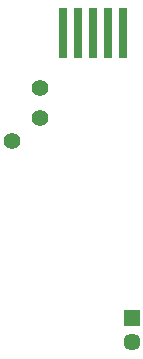
<source format=gbs>
G04*
G04 #@! TF.GenerationSoftware,Altium Limited,Altium Designer,18.1.7 (191)*
G04*
G04 Layer_Color=16711935*
%FSLAX24Y24*%
%MOIN*%
G70*
G01*
G75*
%ADD36R,0.0316X0.1655*%
%ADD48C,0.0552*%
%ADD49R,0.0572X0.0572*%
%ADD50C,0.0572*%
D36*
X0Y16890D02*
D03*
X500D02*
D03*
X1000D02*
D03*
X-1000D02*
D03*
X-500D02*
D03*
D48*
X-2717Y13300D02*
D03*
X-1772Y14059D02*
D03*
Y15059D02*
D03*
D49*
X1280Y7382D02*
D03*
D50*
Y6594D02*
D03*
M02*

</source>
